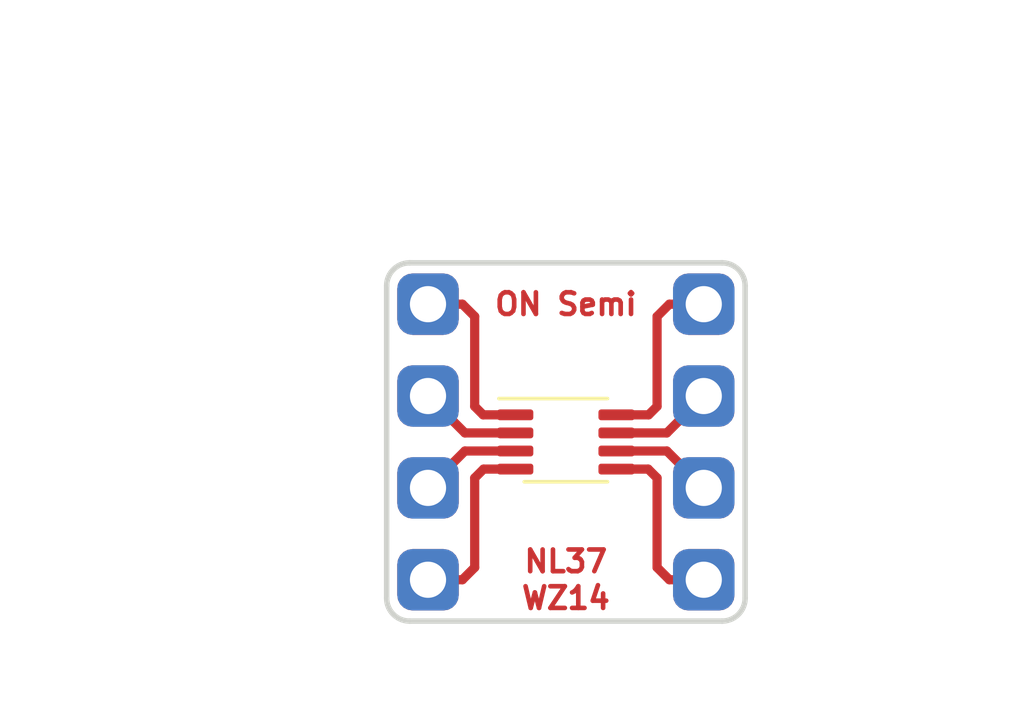
<source format=kicad_pcb>
(kicad_pcb (version 20171130) (host pcbnew "(5.0.2)-1")

  (general
    (thickness 1.6)
    (drawings 18)
    (tracks 28)
    (zones 0)
    (modules 3)
    (nets 9)
  )

  (page A4)
  (layers
    (0 F.Cu signal)
    (31 B.Cu signal)
    (32 B.Adhes user)
    (33 F.Adhes user)
    (34 B.Paste user)
    (35 F.Paste user)
    (36 B.SilkS user)
    (37 F.SilkS user)
    (38 B.Mask user)
    (39 F.Mask user)
    (40 Dwgs.User user)
    (41 Cmts.User user)
    (42 Eco1.User user)
    (43 Eco2.User user)
    (44 Edge.Cuts user)
    (45 Margin user)
    (46 B.CrtYd user)
    (47 F.CrtYd user)
    (48 B.Fab user)
    (49 F.Fab user)
  )

  (setup
    (last_trace_width 0.254)
    (user_trace_width 0.508)
    (user_trace_width 0.762)
    (user_trace_width 1.016)
    (user_trace_width 1.27)
    (user_trace_width 1.524)
    (trace_clearance 0.1524)
    (zone_clearance 0.1524)
    (zone_45_only no)
    (trace_min 0.1524)
    (segment_width 0.2)
    (edge_width 0.15)
    (via_size 0.8)
    (via_drill 0.4)
    (via_min_size 0.4)
    (via_min_drill 0.3)
    (uvia_size 0.3)
    (uvia_drill 0.1)
    (uvias_allowed no)
    (uvia_min_size 0.2)
    (uvia_min_drill 0.1)
    (pcb_text_width 0.3)
    (pcb_text_size 1.5 1.5)
    (mod_edge_width 0.15)
    (mod_text_size 1 1)
    (mod_text_width 0.15)
    (pad_size 1.7 1.7)
    (pad_drill 1)
    (pad_to_mask_clearance 0.0508)
    (aux_axis_origin 0 0)
    (visible_elements 7FFFFFFF)
    (pcbplotparams
      (layerselection 0x010fc_ffffffff)
      (usegerberextensions false)
      (usegerberattributes false)
      (usegerberadvancedattributes false)
      (creategerberjobfile false)
      (excludeedgelayer true)
      (linewidth 0.050000)
      (plotframeref false)
      (viasonmask false)
      (mode 1)
      (useauxorigin false)
      (hpglpennumber 1)
      (hpglpenspeed 20)
      (hpglpendiameter 15.000000)
      (psnegative false)
      (psa4output false)
      (plotreference true)
      (plotvalue true)
      (plotinvisibletext false)
      (padsonsilk false)
      (subtractmaskfromsilk false)
      (outputformat 1)
      (mirror false)
      (drillshape 1)
      (scaleselection 1)
      (outputdirectory ""))
  )

  (net 0 "")
  (net 1 /1)
  (net 2 /2)
  (net 3 /3)
  (net 4 /4)
  (net 5 /5)
  (net 6 /6)
  (net 7 /7)
  (net 8 /8)

  (net_class Default "This is the default net class."
    (clearance 0.1524)
    (trace_width 0.254)
    (via_dia 0.8)
    (via_drill 0.4)
    (uvia_dia 0.3)
    (uvia_drill 0.1)
    (add_net /1)
    (add_net /2)
    (add_net /3)
    (add_net /4)
    (add_net /5)
    (add_net /6)
    (add_net /7)
    (add_net /8)
  )

  (module SA_CMOS_Logic_SMD:ON_Semi_NL37WZ14USG_US8-8 (layer F.Cu) (tedit 5C2CCEED) (tstamp 5C2F72E9)
    (at 128.27 95.25)
    (path /5C2D7601)
    (attr smd)
    (fp_text reference U1 (at 0 -1.75) (layer F.SilkS) hide
      (effects (font (size 0.6 0.6) (thickness 0.127)))
    )
    (fp_text value ON_Semi_NL37WZ14USG (at 0 1.524) (layer F.Fab)
      (effects (font (size 0.3 0.3) (thickness 0.03)))
    )
    (fp_line (start 1.15 -1.2) (end -1.85 -1.2) (layer F.SilkS) (width 0.1))
    (fp_line (start 1.15 1.1) (end -1.15 1.1) (layer F.SilkS) (width 0.1))
    (fp_line (start 2 -1.3) (end -2 -1.3) (layer B.CrtYd) (width 0.05))
    (fp_line (start -2 -1.3) (end -2 1.3) (layer B.CrtYd) (width 0.05))
    (fp_line (start -2 1.3) (end -1.9 1.3) (layer B.CrtYd) (width 0.05))
    (fp_line (start -1.9 1.3) (end 2 1.3) (layer B.CrtYd) (width 0.05))
    (fp_line (start 2 1.3) (end 2 -1.3) (layer B.CrtYd) (width 0.05))
    (fp_line (start -1.15 -0.65) (end -1.55 -0.65) (layer F.Fab) (width 0.1))
    (fp_line (start -1.55 -0.65) (end -1.55 -0.85) (layer F.Fab) (width 0.1))
    (fp_line (start -1.55 -0.85) (end -1.15 -0.85) (layer F.Fab) (width 0.1))
    (fp_line (start -1.55 -0.35) (end -1.15 -0.35) (layer F.Fab) (width 0.1))
    (fp_line (start -1.55 -0.15) (end -1.55 -0.35) (layer F.Fab) (width 0.1))
    (fp_line (start -1.15 -0.15) (end -1.55 -0.15) (layer F.Fab) (width 0.1))
    (fp_line (start -1.55 0.35) (end -1.55 0.15) (layer F.Fab) (width 0.1))
    (fp_line (start -1.15 0.35) (end -1.55 0.35) (layer F.Fab) (width 0.1))
    (fp_line (start -1.55 0.15) (end -1.15 0.15) (layer F.Fab) (width 0.1))
    (fp_line (start -1.6 0.85) (end -1.6 0.65) (layer F.Fab) (width 0.1))
    (fp_line (start -1.2 0.85) (end -1.6 0.85) (layer F.Fab) (width 0.1))
    (fp_line (start -1.6 0.65) (end -1.2 0.65) (layer F.Fab) (width 0.1))
    (fp_line (start 1.15 0.65) (end 1.55 0.65) (layer F.Fab) (width 0.1))
    (fp_line (start 1.55 0.65) (end 1.55 0.85) (layer F.Fab) (width 0.1))
    (fp_line (start 1.55 0.85) (end 1.15 0.85) (layer F.Fab) (width 0.1))
    (fp_line (start 1.15 0.15) (end 1.55 0.15) (layer F.Fab) (width 0.1))
    (fp_line (start 1.55 0.35) (end 1.15 0.35) (layer F.Fab) (width 0.1))
    (fp_line (start 1.55 0.15) (end 1.55 0.35) (layer F.Fab) (width 0.1))
    (fp_line (start 1.15 -0.35) (end 1.55 -0.35) (layer F.Fab) (width 0.1))
    (fp_line (start 1.55 -0.15) (end 1.15 -0.15) (layer F.Fab) (width 0.1))
    (fp_line (start 1.55 -0.35) (end 1.55 -0.15) (layer F.Fab) (width 0.1))
    (fp_line (start 1.55 -0.85) (end 1.55 -0.65) (layer F.Fab) (width 0.1))
    (fp_line (start 1.15 -0.85) (end 1.55 -0.85) (layer F.Fab) (width 0.1))
    (fp_line (start 1.55 -0.65) (end 1.15 -0.65) (layer F.Fab) (width 0.1))
    (fp_line (start -1.15 -1.03) (end 1.15 -1.03) (layer F.Fab) (width 0.1))
    (fp_line (start 1.15 -1.03) (end 1.15 0.97) (layer F.Fab) (width 0.1))
    (fp_line (start 1.15 0.97) (end -1.15 0.97) (layer F.Fab) (width 0.1))
    (fp_line (start -1.15 0.97) (end -1.15 -1.03) (layer F.Fab) (width 0.1))
    (fp_line (start -1.15 -0.75) (end -0.875 -1.025) (layer F.Fab) (width 0.1))
    (fp_text user %R (at 0 0) (layer F.Fab)
      (effects (font (size 0.4 0.4) (thickness 0.05)))
    )
    (pad 3 smd roundrect (at -1.4 0.25) (size 1 0.3) (layers F.Cu F.Paste F.Mask) (roundrect_rratio 0.25)
      (net 3 /3))
    (pad 2 smd roundrect (at -1.4 -0.25) (size 1 0.3) (layers F.Cu F.Paste F.Mask) (roundrect_rratio 0.25)
      (net 2 /2))
    (pad 1 smd roundrect (at -1.4 -0.75) (size 1 0.3) (layers F.Cu F.Paste F.Mask) (roundrect_rratio 0.25)
      (net 1 /1))
    (pad 4 smd roundrect (at -1.4 0.75) (size 1 0.3) (layers F.Cu F.Paste F.Mask) (roundrect_rratio 0.25)
      (net 4 /4))
    (pad 8 smd roundrect (at 1.4 -0.75) (size 1 0.3) (layers F.Cu F.Paste F.Mask) (roundrect_rratio 0.25)
      (net 8 /8))
    (pad 7 smd roundrect (at 1.4 -0.25) (size 1 0.3) (layers F.Cu F.Paste F.Mask) (roundrect_rratio 0.25)
      (net 7 /7))
    (pad 6 smd roundrect (at 1.4 0.25) (size 1 0.3) (layers F.Cu F.Paste F.Mask) (roundrect_rratio 0.25)
      (net 6 /6))
    (pad 5 smd roundrect (at 1.4 0.75) (size 1 0.3) (layers F.Cu F.Paste F.Mask) (roundrect_rratio 0.25)
      (net 5 /5))
    (model ${SA_LIB_3DSHAPES}/ON_Semi_NL37WZ14USG_US8-8/ON_Semi_NL37WZ14USG_US8-8.step
      (at (xyz 0 0 0))
      (scale (xyz 1 1 1))
      (rotate (xyz 0 0 0))
    )
  )

  (module SA_Connectors_Pin_Headers_THT:PinHeader_1x04_P2.54mm_Vertical_Bottom (layer F.Cu) (tedit 5C2CCEF1) (tstamp 5C2F72A8)
    (at 132.08 91.44)
    (descr "Through hole straight pin header, 1x04, 2.54mm pitch, single row")
    (tags "Through hole pin header THT 1x04 2.54mm single row")
    (path /5C2D77F9)
    (fp_text reference J2 (at 0 -2.18) (layer F.SilkS) hide
      (effects (font (size 0.6 0.6) (thickness 0.127)))
    )
    (fp_text value PinHeader_1x04_P2.54mm_Vertical_Bottom (at 0 9.63) (layer F.Fab) hide
      (effects (font (size 0.3 0.3) (thickness 0.03)))
    )
    (fp_text user %R (at 0 3.81 90) (layer F.Fab)
      (effects (font (size 0.4 0.4) (thickness 0.05)))
    )
    (fp_line (start 1.8 -1.8) (end -1.8 -1.8) (layer F.CrtYd) (width 0.05))
    (fp_line (start 1.8 9.4) (end 1.8 -1.8) (layer F.CrtYd) (width 0.05))
    (fp_line (start -1.8 9.4) (end 1.8 9.4) (layer F.CrtYd) (width 0.05))
    (fp_line (start -1.8 -1.8) (end -1.8 9.4) (layer F.CrtYd) (width 0.05))
    (fp_line (start -1.27 -0.635) (end -0.635 -1.27) (layer B.Fab) (width 0.1))
    (fp_line (start -1.27 8.89) (end -1.27 -0.635) (layer B.Fab) (width 0.1))
    (fp_line (start 1.27 8.89) (end -1.27 8.89) (layer B.Fab) (width 0.1))
    (fp_line (start 1.27 -1.27) (end 1.27 8.89) (layer B.Fab) (width 0.1))
    (fp_line (start -0.635 -1.27) (end 1.27 -1.27) (layer B.Fab) (width 0.1))
    (pad 4 thru_hole roundrect (at 0 7.62) (size 1.7 1.7) (drill 1) (layers *.Cu *.Mask) (roundrect_rratio 0.25)
      (net 5 /5))
    (pad 3 thru_hole roundrect (at 0 5.08) (size 1.7 1.7) (drill 1) (layers *.Cu *.Mask) (roundrect_rratio 0.25)
      (net 6 /6))
    (pad 2 thru_hole roundrect (at 0 2.54) (size 1.7 1.7) (drill 1) (layers *.Cu *.Mask) (roundrect_rratio 0.25)
      (net 7 /7))
    (pad 1 thru_hole roundrect (at 0 0) (size 1.7 1.7) (drill 1) (layers *.Cu *.Mask) (roundrect_rratio 0.25)
      (net 8 /8))
    (model ${SA_LIB_3DSHAPES}/Packages/PinHeader_1x04_P254mm_Vertical_Bottom.step
      (at (xyz 0 0 0))
      (scale (xyz 1 1 1))
      (rotate (xyz 0 0 0))
    )
  )

  (module SA_Connectors_Pin_Headers_THT:PinHeader_1x04_P2.54mm_Vertical_Bottom (layer F.Cu) (tedit 5C2CCEF4) (tstamp 5C2F7297)
    (at 124.46 91.44)
    (descr "Through hole straight pin header, 1x04, 2.54mm pitch, single row")
    (tags "Through hole pin header THT 1x04 2.54mm single row")
    (path /5C2D7799)
    (fp_text reference J1 (at 0 -2.18) (layer F.SilkS) hide
      (effects (font (size 0.6 0.6) (thickness 0.127)))
    )
    (fp_text value PinHeader_1x04_P2.54mm_Vertical_Bottom (at 0 9.63) (layer F.Fab) hide
      (effects (font (size 0.3 0.3) (thickness 0.03)))
    )
    (fp_line (start -0.635 -1.27) (end 1.27 -1.27) (layer B.Fab) (width 0.1))
    (fp_line (start 1.27 -1.27) (end 1.27 8.89) (layer B.Fab) (width 0.1))
    (fp_line (start 1.27 8.89) (end -1.27 8.89) (layer B.Fab) (width 0.1))
    (fp_line (start -1.27 8.89) (end -1.27 -0.635) (layer B.Fab) (width 0.1))
    (fp_line (start -1.27 -0.635) (end -0.635 -1.27) (layer B.Fab) (width 0.1))
    (fp_line (start -1.8 -1.8) (end -1.8 9.4) (layer F.CrtYd) (width 0.05))
    (fp_line (start -1.8 9.4) (end 1.8 9.4) (layer F.CrtYd) (width 0.05))
    (fp_line (start 1.8 9.4) (end 1.8 -1.8) (layer F.CrtYd) (width 0.05))
    (fp_line (start 1.8 -1.8) (end -1.8 -1.8) (layer F.CrtYd) (width 0.05))
    (fp_text user %R (at 0 3.81 90) (layer F.Fab)
      (effects (font (size 0.4 0.4) (thickness 0.05)))
    )
    (pad 1 thru_hole roundrect (at 0 0) (size 1.7 1.7) (drill 1) (layers *.Cu *.Mask) (roundrect_rratio 0.25)
      (net 1 /1))
    (pad 2 thru_hole roundrect (at 0 2.54) (size 1.7 1.7) (drill 1) (layers *.Cu *.Mask) (roundrect_rratio 0.25)
      (net 2 /2))
    (pad 3 thru_hole roundrect (at 0 5.08) (size 1.7 1.7) (drill 1) (layers *.Cu *.Mask) (roundrect_rratio 0.25)
      (net 3 /3))
    (pad 4 thru_hole roundrect (at 0 7.62) (size 1.7 1.7) (drill 1) (layers *.Cu *.Mask) (roundrect_rratio 0.25)
      (net 4 /4))
    (model ${SA_LIB_3DSHAPES}/Packages/PinHeader_1x04_P254mm_Vertical_Bottom.step
      (at (xyz 0 0 0))
      (scale (xyz 1 1 1))
      (rotate (xyz 0 0 0))
    )
  )

  (dimension 2.54 (width 0.3) (layer F.Fab)
    (gr_text "2.540 mm" (at 118.169 97.79 90) (layer F.Fab)
      (effects (font (size 1.5 1.5) (thickness 0.3)))
    )
    (feature1 (pts (xy 124.46 96.52) (xy 119.682579 96.52)))
    (feature2 (pts (xy 124.46 99.06) (xy 119.682579 99.06)))
    (crossbar (pts (xy 120.269 99.06) (xy 120.269 96.52)))
    (arrow1a (pts (xy 120.269 96.52) (xy 120.855421 97.646504)))
    (arrow1b (pts (xy 120.269 96.52) (xy 119.682579 97.646504)))
    (arrow2a (pts (xy 120.269 99.06) (xy 120.855421 97.933496)))
    (arrow2b (pts (xy 120.269 99.06) (xy 119.682579 97.933496)))
  )
  (dimension 7.62 (width 0.3) (layer F.Fab)
    (gr_text "7.620 mm" (at 128.27 104.335) (layer F.Fab)
      (effects (font (size 1.5 1.5) (thickness 0.3)))
    )
    (feature1 (pts (xy 132.08 99.06) (xy 132.08 102.821421)))
    (feature2 (pts (xy 124.46 99.06) (xy 124.46 102.821421)))
    (crossbar (pts (xy 124.46 102.235) (xy 132.08 102.235)))
    (arrow1a (pts (xy 132.08 102.235) (xy 130.953496 102.821421)))
    (arrow1b (pts (xy 132.08 102.235) (xy 130.953496 101.648579)))
    (arrow2a (pts (xy 124.46 102.235) (xy 125.586504 102.821421)))
    (arrow2b (pts (xy 124.46 102.235) (xy 125.586504 101.648579)))
  )
  (dimension 9.906 (width 0.3) (layer F.Fab)
    (gr_text "9.906 mm" (at 139.006 95.25 270) (layer F.Fab)
      (effects (font (size 1.5 1.5) (thickness 0.3)))
    )
    (feature1 (pts (xy 132.08 100.203) (xy 137.492421 100.203)))
    (feature2 (pts (xy 132.08 90.297) (xy 137.492421 90.297)))
    (crossbar (pts (xy 136.906 90.297) (xy 136.906 100.203)))
    (arrow1a (pts (xy 136.906 100.203) (xy 136.319579 99.076496)))
    (arrow1b (pts (xy 136.906 100.203) (xy 137.492421 99.076496)))
    (arrow2a (pts (xy 136.906 90.297) (xy 136.319579 91.423504)))
    (arrow2b (pts (xy 136.906 90.297) (xy 137.492421 91.423504)))
  )
  (dimension 9.906 (width 0.3) (layer F.Fab)
    (gr_text "9.906 mm" (at 128.27 84.133) (layer F.Fab)
      (effects (font (size 1.5 1.5) (thickness 0.3)))
    )
    (feature1 (pts (xy 133.223 91.44) (xy 133.223 85.646579)))
    (feature2 (pts (xy 123.317 91.44) (xy 123.317 85.646579)))
    (crossbar (pts (xy 123.317 86.233) (xy 133.223 86.233)))
    (arrow1a (pts (xy 133.223 86.233) (xy 132.096496 86.819421)))
    (arrow1b (pts (xy 133.223 86.233) (xy 132.096496 85.646579)))
    (arrow2a (pts (xy 123.317 86.233) (xy 124.443504 86.819421)))
    (arrow2b (pts (xy 123.317 86.233) (xy 124.443504 85.646579)))
  )
  (gr_text NL37 (at 128.27 98.552) (layer F.Mask) (tstamp 5C2F8512)
    (effects (font (size 0.6 0.6) (thickness 0.127)))
  )
  (gr_text WZ14 (at 128.27 99.568) (layer F.Cu) (tstamp 5C2F850F)
    (effects (font (size 0.6 0.6) (thickness 0.127)))
  )
  (gr_text NL37 (at 128.27 98.552) (layer F.Cu) (tstamp 5C2F850C)
    (effects (font (size 0.6 0.6) (thickness 0.127)))
  )
  (gr_line (start 123.317 90.932) (end 123.317 99.568) (layer Edge.Cuts) (width 0.15))
  (gr_line (start 132.588 90.297) (end 123.952 90.297) (layer Edge.Cuts) (width 0.15))
  (gr_line (start 133.223 99.568) (end 133.223 90.932) (layer Edge.Cuts) (width 0.15))
  (gr_line (start 123.952 100.203) (end 132.588 100.203) (layer Edge.Cuts) (width 0.15))
  (gr_arc (start 132.588 90.932) (end 133.223 90.932) (angle -90) (layer Edge.Cuts) (width 0.15) (tstamp 5C3655E3))
  (gr_arc (start 132.588 99.568) (end 132.588 100.203) (angle -90) (layer Edge.Cuts) (width 0.15) (tstamp 5C3655E0))
  (gr_arc (start 123.952 99.568) (end 123.317 99.568) (angle -90) (layer Edge.Cuts) (width 0.15) (tstamp 5C3655DC))
  (gr_arc (start 123.952 90.932) (end 123.952 90.297) (angle -90) (layer Edge.Cuts) (width 0.15))
  (gr_text "ON Semi" (at 128.27 91.44) (layer F.Mask) (tstamp 5C361F68)
    (effects (font (size 0.6 0.6) (thickness 0.127)))
  )
  (gr_text WZ14 (at 128.27 99.568) (layer F.Mask) (tstamp 5C361F5D)
    (effects (font (size 0.6 0.6) (thickness 0.127)))
  )
  (gr_text "ON Semi" (at 128.27 91.44) (layer F.Cu)
    (effects (font (size 0.6 0.6) (thickness 0.127)))
  )

  (segment (start 125.41 91.44) (end 124.46 91.44) (width 0.254) (layer F.Cu) (net 1))
  (segment (start 125.75 91.78) (end 125.41 91.44) (width 0.254) (layer F.Cu) (net 1))
  (segment (start 125.75 94.266) (end 125.75 91.78) (width 0.254) (layer F.Cu) (net 1))
  (segment (start 126.87 94.5) (end 125.984 94.5) (width 0.254) (layer F.Cu) (net 1))
  (segment (start 125.984 94.5) (end 125.75 94.266) (width 0.254) (layer F.Cu) (net 1))
  (segment (start 125.48 95) (end 124.46 93.98) (width 0.254) (layer F.Cu) (net 2))
  (segment (start 126.87 95) (end 125.48 95) (width 0.254) (layer F.Cu) (net 2))
  (segment (start 125.48 95.5) (end 124.46 96.52) (width 0.254) (layer F.Cu) (net 3))
  (segment (start 126.87 95.5) (end 125.48 95.5) (width 0.254) (layer F.Cu) (net 3))
  (segment (start 125.41 99.06) (end 124.46 99.06) (width 0.254) (layer F.Cu) (net 4))
  (segment (start 125.75 98.72) (end 125.41 99.06) (width 0.254) (layer F.Cu) (net 4))
  (segment (start 125.75 96.246) (end 125.75 98.72) (width 0.254) (layer F.Cu) (net 4))
  (segment (start 126.87 96) (end 125.996 96) (width 0.254) (layer F.Cu) (net 4))
  (segment (start 125.996 96) (end 125.75 96.246) (width 0.254) (layer F.Cu) (net 4))
  (segment (start 131.13 99.06) (end 132.08 99.06) (width 0.254) (layer F.Cu) (net 5))
  (segment (start 130.79 98.72) (end 131.13 99.06) (width 0.254) (layer F.Cu) (net 5))
  (segment (start 130.79 96.246) (end 130.79 98.72) (width 0.254) (layer F.Cu) (net 5))
  (segment (start 129.67 96) (end 130.544 96) (width 0.254) (layer F.Cu) (net 5))
  (segment (start 130.544 96) (end 130.79 96.246) (width 0.254) (layer F.Cu) (net 5))
  (segment (start 131.06 95.5) (end 132.08 96.52) (width 0.254) (layer F.Cu) (net 6))
  (segment (start 129.67 95.5) (end 131.06 95.5) (width 0.254) (layer F.Cu) (net 6))
  (segment (start 131.06 95) (end 132.08 93.98) (width 0.254) (layer F.Cu) (net 7))
  (segment (start 129.67 95) (end 131.06 95) (width 0.254) (layer F.Cu) (net 7))
  (segment (start 131.13 91.44) (end 132.08 91.44) (width 0.254) (layer F.Cu) (net 8))
  (segment (start 130.79 91.78) (end 131.13 91.44) (width 0.254) (layer F.Cu) (net 8))
  (segment (start 130.79 94.266) (end 130.79 91.78) (width 0.254) (layer F.Cu) (net 8))
  (segment (start 129.67 94.5) (end 130.556 94.5) (width 0.254) (layer F.Cu) (net 8))
  (segment (start 130.556 94.5) (end 130.79 94.266) (width 0.254) (layer F.Cu) (net 8))

)

</source>
